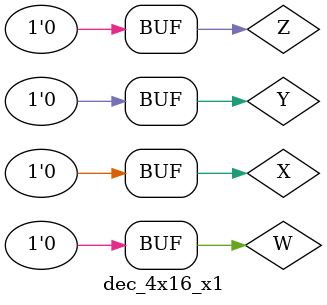
<source format=v>
`timescale 1ns / 1ps


module dec_4x16_x1;

	// Inputs
	reg X;
	reg Y;
	reg Z;
	reg W;

	// Outputs
	wire [15:0] D;

	// Instantiate the Unit Under Test (UUT)
	dec_4x16_x_fault1 uut (
		.D(D), 
		.X(X), 
		.Y(Y), 
		.Z(Z), 
		.W(W)
	);

	initial begin
		// Initialize Inputs
		X = 0;
		Y = 0;
		Z = 0;
		W = 0;

		// Wait 100 ns for global reset to finish
		#100;
        
		// Add stimulus here

	end
      
endmodule


</source>
